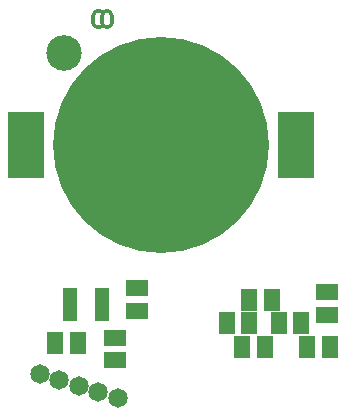
<source format=gbs>
G04 (created by PCBNEW-RS274X (2012-01-19 BZR 3256)-stable) date 8/30/2012 9:43:42 AM*
G01*
G70*
G90*
%MOIN*%
G04 Gerber Fmt 3.4, Leading zero omitted, Abs format*
%FSLAX34Y34*%
G04 APERTURE LIST*
%ADD10C,0.006000*%
%ADD11C,0.012000*%
%ADD12R,0.051500X0.035700*%
%ADD13R,0.075000X0.055000*%
%ADD14R,0.055000X0.075000*%
%ADD15R,0.120000X0.220000*%
%ADD16C,0.720000*%
%ADD17C,0.065000*%
%ADD18C,0.118400*%
G04 APERTURE END LIST*
G54D10*
G54D11*
X32596Y-30285D02*
X32538Y-30247D01*
X32510Y-30209D01*
X32481Y-30132D01*
X32481Y-29904D01*
X32510Y-29828D01*
X32538Y-29790D01*
X32596Y-29751D01*
X32681Y-29751D01*
X32738Y-29790D01*
X32767Y-29828D01*
X32796Y-29904D01*
X32796Y-30132D01*
X32767Y-30209D01*
X32738Y-30247D01*
X32681Y-30285D01*
X32596Y-30285D01*
X32466Y-30247D02*
X32409Y-30285D01*
X32295Y-30285D01*
X32237Y-30247D01*
X32209Y-30209D01*
X32180Y-30132D01*
X32180Y-29904D01*
X32209Y-29828D01*
X32237Y-29790D01*
X32295Y-29751D01*
X32409Y-29751D01*
X32466Y-29790D01*
G54D12*
X31400Y-39900D03*
X31400Y-39644D03*
X31400Y-39388D03*
X31400Y-39132D03*
X32463Y-39132D03*
X32463Y-39388D03*
X32463Y-39644D03*
X32463Y-39900D03*
G54D13*
X32900Y-41375D03*
X32900Y-40625D03*
X33650Y-39725D03*
X33650Y-38975D03*
G54D14*
X31675Y-40800D03*
X30925Y-40800D03*
G54D13*
X39961Y-39863D03*
X39961Y-39113D03*
G54D14*
X39310Y-40945D03*
X40060Y-40945D03*
X38131Y-39370D03*
X37381Y-39370D03*
X38365Y-40157D03*
X39115Y-40157D03*
X36633Y-40157D03*
X37383Y-40157D03*
X37145Y-40945D03*
X37895Y-40945D03*
G54D15*
X29950Y-34200D03*
X38950Y-34200D03*
G54D16*
X34450Y-34200D03*
G54D17*
X31050Y-42050D03*
X31700Y-42250D03*
X33000Y-42650D03*
X32350Y-42450D03*
X30400Y-41850D03*
G54D18*
X31200Y-31150D03*
M02*

</source>
